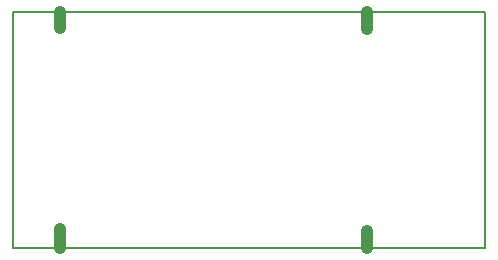
<source format=gbr>
G04 #@! TF.FileFunction,Profile,NP*
%FSLAX46Y46*%
G04 Gerber Fmt 4.6, Leading zero omitted, Abs format (unit mm)*
G04 Created by KiCad (PCBNEW 0.201512231246+6403~40~ubuntu14.04.1-stable) date Mo 22 Feb 2016 17:08:34 CET*
%MOMM*%
G01*
G04 APERTURE LIST*
%ADD10C,0.100000*%
%ADD11C,1.000000*%
%ADD12C,0.150000*%
G04 APERTURE END LIST*
D10*
D11*
X149000000Y-75000000D02*
X149000000Y-76400000D01*
X175000000Y-76458000D02*
X175000000Y-75058000D01*
X175000000Y-95000000D02*
X175000000Y-93600000D01*
X149000000Y-95000000D02*
X149000000Y-93400000D01*
D12*
X185000000Y-75000000D02*
X185000000Y-95000000D01*
X145000000Y-75000000D02*
X185000000Y-75000000D01*
X145000000Y-95000000D02*
X145000000Y-75000000D01*
X145000000Y-95000000D02*
X185000000Y-95000000D01*
M02*

</source>
